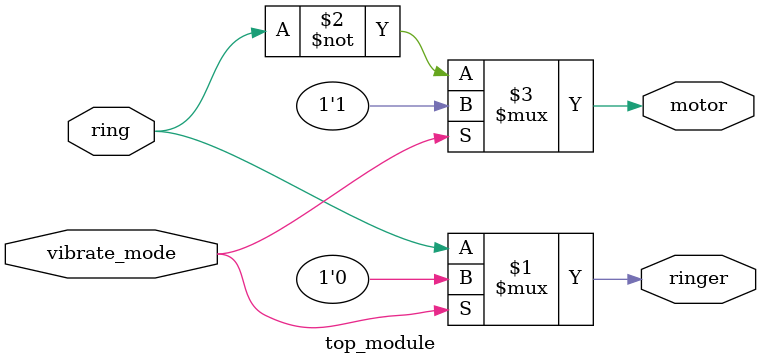
<source format=sv>
module top_module(
    input ring, 
    input vibrate_mode,
    output ringer,
    output motor
);

assign ringer = vibrate_mode ? 1'b0 : ring;
assign motor = vibrate_mode ? 1'b1 : ~ring;

endmodule

</source>
